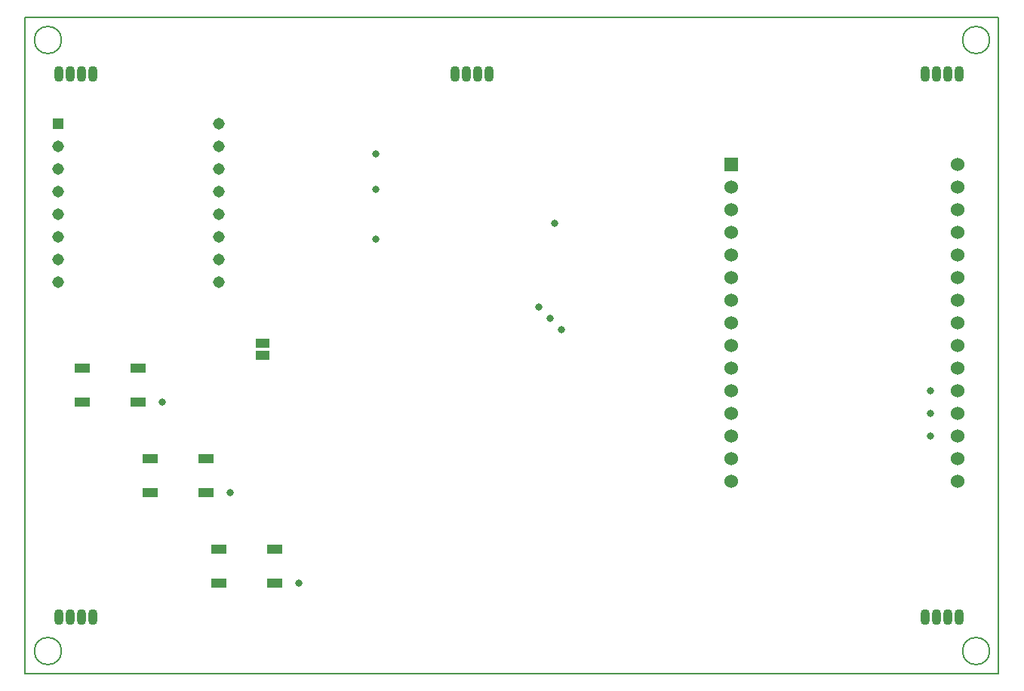
<source format=gts>
%TF.GenerationSoftware,KiCad,Pcbnew,7.0.2*%
%TF.CreationDate,2023-07-27T00:00:23+05:00*%
%TF.ProjectId,id4,6964342e-6b69-4636-9164-5f7063625858,1*%
%TF.SameCoordinates,Original*%
%TF.FileFunction,Soldermask,Top*%
%TF.FilePolarity,Negative*%
%FSLAX46Y46*%
G04 Gerber Fmt 4.6, Leading zero omitted, Abs format (unit mm)*
G04 Created by KiCad (PCBNEW 7.0.2) date 2023-07-27 00:00:23*
%MOMM*%
%LPD*%
G01*
G04 APERTURE LIST*
%ADD10R,1.700000X1.000000*%
%ADD11O,1.070000X1.800000*%
%ADD12R,1.500000X1.000000*%
%ADD13R,1.308000X1.308000*%
%ADD14C,1.308000*%
%ADD15R,1.524000X1.524000*%
%ADD16C,1.524000*%
%ADD17C,0.800000*%
%TA.AperFunction,Profile*%
%ADD18C,0.150000*%
%TD*%
%TA.AperFunction,Profile*%
%ADD19C,0.200000*%
%TD*%
G04 APERTURE END LIST*
D10*
%TO.C,SW1*%
X138557000Y-113030000D03*
X144857000Y-113030000D03*
X138557000Y-116830000D03*
X144857000Y-116830000D03*
%TD*%
D11*
%TO.C,D1*%
X120650000Y-59690000D03*
X121920000Y-59690000D03*
X123190000Y-59690000D03*
X124460000Y-59690000D03*
%TD*%
%TO.C,D5*%
X120650000Y-120650000D03*
X121920000Y-120650000D03*
X123190000Y-120650000D03*
X124460000Y-120650000D03*
%TD*%
%TO.C,D4*%
X217805000Y-120650000D03*
X219075000Y-120650000D03*
X220345000Y-120650000D03*
X221615000Y-120650000D03*
%TD*%
%TO.C,D3*%
X217805000Y-59690000D03*
X219075000Y-59690000D03*
X220345000Y-59690000D03*
X221615000Y-59690000D03*
%TD*%
D12*
%TO.C,dynamic1*%
X143500000Y-89950000D03*
X143500000Y-91250000D03*
%TD*%
D10*
%TO.C,SW2*%
X123215000Y-92715000D03*
X129515000Y-92715000D03*
X123215000Y-96515000D03*
X129515000Y-96515000D03*
%TD*%
D13*
%TO.C,U2*%
X120483000Y-65278000D03*
D14*
X120483000Y-67818000D03*
X120483000Y-70358000D03*
X120483000Y-72898000D03*
X120483000Y-75438000D03*
X120483000Y-77978000D03*
X120483000Y-80518000D03*
X120483000Y-83058000D03*
X138517000Y-83058000D03*
X138517000Y-80518000D03*
X138517000Y-77978000D03*
X138517000Y-75438000D03*
X138517000Y-72898000D03*
X138517000Y-70358000D03*
X138517000Y-67818000D03*
X138517000Y-65278000D03*
%TD*%
D15*
%TO.C,U1*%
X196050000Y-69875800D03*
D16*
X196050000Y-72415800D03*
X196050000Y-74955800D03*
X196050000Y-77495800D03*
X196050000Y-80035800D03*
X196050000Y-82575800D03*
X196050000Y-85115800D03*
X196050000Y-87655800D03*
X196050000Y-90195800D03*
X196050000Y-92735800D03*
X196050000Y-95275800D03*
X196050000Y-97815800D03*
X196050000Y-100355800D03*
X196050000Y-102895800D03*
X196050000Y-105435800D03*
X221450000Y-105435800D03*
X221450000Y-102895800D03*
X221450000Y-100355800D03*
X221450000Y-97815800D03*
X221450000Y-95275800D03*
X221450000Y-92735800D03*
X221450000Y-90195800D03*
X221450000Y-87655800D03*
X221450000Y-85115800D03*
X221450000Y-82575800D03*
X221450000Y-80035800D03*
X221450000Y-77495800D03*
X221450000Y-74955800D03*
X221450000Y-72415800D03*
X221450000Y-69875800D03*
%TD*%
D10*
%TO.C,SW3*%
X130835000Y-102875000D03*
X137135000Y-102875000D03*
X130835000Y-106675000D03*
X137135000Y-106675000D03*
%TD*%
D11*
%TO.C,D2*%
X165100000Y-59690000D03*
X166370000Y-59690000D03*
X167640000Y-59690000D03*
X168910000Y-59690000D03*
%TD*%
D17*
X218440000Y-100330000D03*
X156210000Y-78232000D03*
X218440000Y-97790000D03*
X156210000Y-72644000D03*
X156184600Y-68681600D03*
X218440000Y-95250000D03*
X176276000Y-76454000D03*
X147574000Y-116840000D03*
X177038000Y-88392000D03*
X132207000Y-96520000D03*
X174498000Y-85852000D03*
X175768000Y-87122000D03*
X139827000Y-106680000D03*
D18*
X120904000Y-55880000D02*
G75*
G03*
X120904000Y-55880000I-1524000J0D01*
G01*
X225044000Y-124460000D02*
G75*
G03*
X225044000Y-124460000I-1524000J0D01*
G01*
X120904000Y-124460000D02*
G75*
G03*
X120904000Y-124460000I-1524000J0D01*
G01*
D19*
X116840000Y-53340000D02*
X226060000Y-53340000D01*
X226060000Y-127000000D01*
X116840000Y-127000000D01*
X116840000Y-53340000D01*
D18*
X225044000Y-55880000D02*
G75*
G03*
X225044000Y-55880000I-1524000J0D01*
G01*
M02*

</source>
